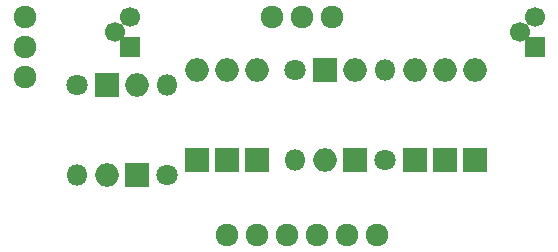
<source format=gbr>
G04 #@! TF.GenerationSoftware,KiCad,Pcbnew,(5.0.0)*
G04 #@! TF.CreationDate,2019-01-17T16:20:53+00:00*
G04 #@! TF.ProjectId,LS02,4C5330322E6B696361645F7063620000,rev?*
G04 #@! TF.SameCoordinates,Original*
G04 #@! TF.FileFunction,Soldermask,Top*
G04 #@! TF.FilePolarity,Negative*
%FSLAX46Y46*%
G04 Gerber Fmt 4.6, Leading zero omitted, Abs format (unit mm)*
G04 Created by KiCad (PCBNEW (5.0.0)) date 01/17/19 16:20:53*
%MOMM*%
%LPD*%
G01*
G04 APERTURE LIST*
%ADD10R,2.000000X2.000000*%
%ADD11O,2.000000X2.000000*%
%ADD12C,1.800000*%
%ADD13O,1.800000X1.800000*%
%ADD14C,1.700000*%
%ADD15R,1.700000X1.700000*%
%ADD16C,1.924000*%
G04 APERTURE END LIST*
D10*
G04 #@! TO.C,D1*
X111760000Y-52070000D03*
D11*
X111760000Y-44450000D03*
G04 #@! TD*
D10*
G04 #@! TO.C,D2*
X114300000Y-52070000D03*
D11*
X114300000Y-44450000D03*
G04 #@! TD*
D10*
G04 #@! TO.C,D3*
X116840000Y-52070000D03*
D11*
X116840000Y-44450000D03*
G04 #@! TD*
D10*
G04 #@! TO.C,D4*
X130175000Y-52070000D03*
D11*
X130175000Y-44450000D03*
G04 #@! TD*
D10*
G04 #@! TO.C,D5*
X132715000Y-52070000D03*
D11*
X132715000Y-44450000D03*
G04 #@! TD*
D10*
G04 #@! TO.C,D6*
X135255000Y-52070000D03*
D11*
X135255000Y-44450000D03*
G04 #@! TD*
D10*
G04 #@! TO.C,D7*
X106680000Y-53340000D03*
D11*
X106680000Y-45720000D03*
G04 #@! TD*
D10*
G04 #@! TO.C,D8*
X104140000Y-45720000D03*
D11*
X104140000Y-53340000D03*
G04 #@! TD*
D10*
G04 #@! TO.C,D9*
X125095000Y-52070000D03*
D11*
X125095000Y-44450000D03*
G04 #@! TD*
D10*
G04 #@! TO.C,D10*
X122555000Y-44450000D03*
D11*
X122555000Y-52070000D03*
G04 #@! TD*
D12*
G04 #@! TO.C,R1*
X101600000Y-45720000D03*
D13*
X101600000Y-53340000D03*
G04 #@! TD*
D12*
G04 #@! TO.C,R2*
X109220000Y-53340000D03*
D13*
X109220000Y-45720000D03*
G04 #@! TD*
D12*
G04 #@! TO.C,R3*
X120015000Y-44450000D03*
D13*
X120015000Y-52070000D03*
G04 #@! TD*
D12*
G04 #@! TO.C,R4*
X127635000Y-52070000D03*
D13*
X127635000Y-44450000D03*
G04 #@! TD*
D14*
G04 #@! TO.C,VT1*
X104775000Y-41275000D03*
X106045000Y-40005000D03*
D15*
X106045000Y-42545000D03*
G04 #@! TD*
D14*
G04 #@! TO.C,VT2*
X139065000Y-41275000D03*
X140335000Y-40005000D03*
D15*
X140335000Y-42545000D03*
G04 #@! TD*
D16*
G04 #@! TO.C,J1*
X97155000Y-40005000D03*
X97155000Y-42545000D03*
X97155000Y-45085000D03*
X114300000Y-58420000D03*
X116840000Y-58420000D03*
X119380000Y-58420000D03*
X121920000Y-58420000D03*
X124460000Y-58420000D03*
X127000000Y-58420000D03*
X118110000Y-40005000D03*
X120650000Y-40005000D03*
X123190000Y-40005000D03*
G04 #@! TD*
M02*

</source>
